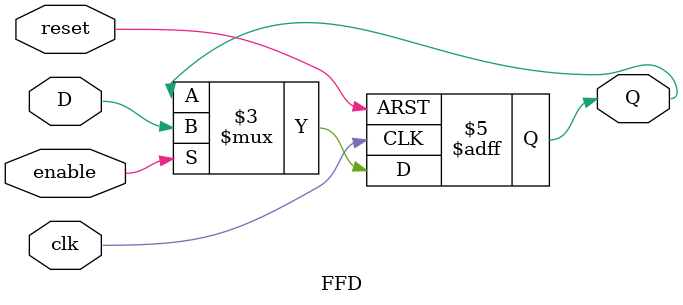
<source format=v>


module Flags(clk, reset, enable,C,Z,Q1,Q2);

input wire clk, reset, enable;
input wire C,Z;
output wire Q1,Q2;


  FFD U1(clk, reset, enable, C, Q1);
  FFD U2(clk, reset, enable, Z, Q2);

endmodule

// Flip-Flop complemento
module FFD(clk,reset,enable,D,Q);
// Configurar los puertos
input wire clk;
input wire reset;
input wire enable;
input wire D;
output reg Q;
// Salida según la señal del reloj y resetear cuando se desee
  always @(posedge clk or posedge reset)
    begin
      if (reset) Q <= 1'b0;
      else if (enable) Q <= D;
      else Q <= Q;
    end

endmodule

</source>
